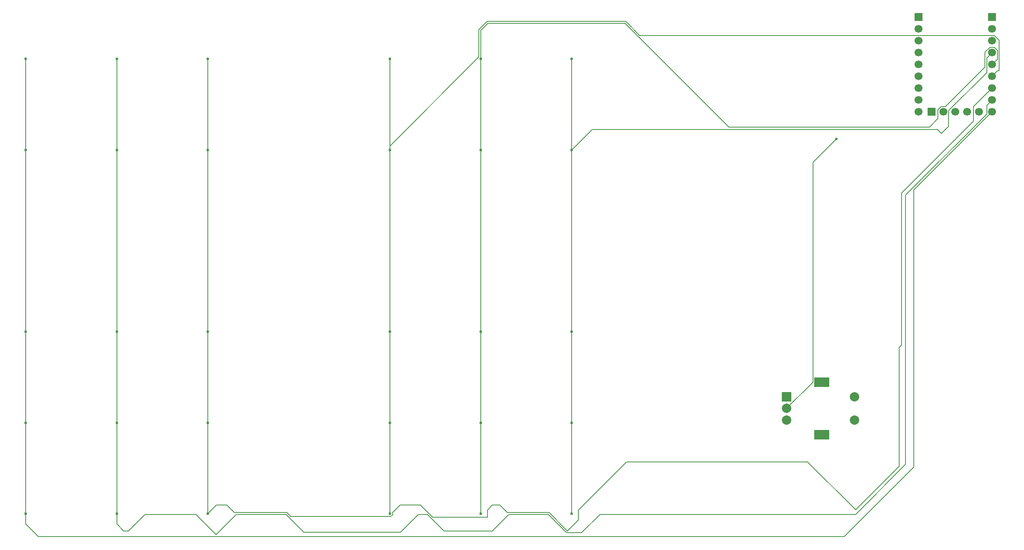
<source format=gbr>
%TF.GenerationSoftware,KiCad,Pcbnew,9.0.7*%
%TF.CreationDate,2026-02-23T23:42:04+09:00*%
%TF.ProjectId,YmmKeyboardMX,596d6d4b-6579-4626-9f61-72644d582e6b,rev?*%
%TF.SameCoordinates,Original*%
%TF.FileFunction,Copper,L1,Top*%
%TF.FilePolarity,Positive*%
%FSLAX46Y46*%
G04 Gerber Fmt 4.6, Leading zero omitted, Abs format (unit mm)*
G04 Created by KiCad (PCBNEW 9.0.7) date 2026-02-23 23:42:04*
%MOMM*%
%LPD*%
G01*
G04 APERTURE LIST*
%TA.AperFunction,ComponentPad*%
%ADD10C,2.000000*%
%TD*%
%TA.AperFunction,ComponentPad*%
%ADD11R,3.200000X2.000000*%
%TD*%
%TA.AperFunction,ComponentPad*%
%ADD12R,2.000000X2.000000*%
%TD*%
%TA.AperFunction,ComponentPad*%
%ADD13R,1.700000X1.700000*%
%TD*%
%TA.AperFunction,ComponentPad*%
%ADD14C,1.700000*%
%TD*%
%TA.AperFunction,ViaPad*%
%ADD15C,0.600000*%
%TD*%
%TA.AperFunction,Conductor*%
%ADD16C,0.200000*%
%TD*%
G04 APERTURE END LIST*
D10*
%TO.P,SW31,S2,S2*%
%TO.N,Net-(D31-A)*%
X209500000Y-108900000D03*
%TO.P,SW31,S1,S1*%
%TO.N,Net-(SW31-PadS1)*%
X209500000Y-113900000D03*
D11*
%TO.P,SW31,MP*%
%TO.N,N/C*%
X202500000Y-117000000D03*
X202500000Y-105800000D03*
D10*
%TO.P,SW31,C,C*%
%TO.N,GND*%
X195000000Y-111400000D03*
%TO.P,SW31,B,B*%
%TO.N,Net-(SW31-PadB)*%
X195000000Y-113900000D03*
D12*
%TO.P,SW31,A,A*%
%TO.N,Net-(SW31-PadA)*%
X195000000Y-108900000D03*
%TD*%
D13*
%TO.P,U1,0,0*%
%TO.N,Net-(SW31-PadA)*%
X239000000Y-27490000D03*
D14*
%TO.P,U1,1,1*%
%TO.N,Net-(SW31-PadB)*%
X239000000Y-30030000D03*
%TO.P,U1,2,2*%
%TO.N,Net-(SW31-PadS1)*%
X239000000Y-32570000D03*
%TO.P,U1,3,3*%
%TO.N,Net-(SW12-Pad1)*%
X239000000Y-35110000D03*
%TO.P,U1,4,4*%
%TO.N,Net-(SW11-Pad1)*%
X239000000Y-37650000D03*
%TO.P,U1,5,5*%
%TO.N,Net-(SW10-Pad1)*%
X239000000Y-40190000D03*
%TO.P,U1,6,6*%
%TO.N,Net-(SW15-Pad1)*%
X239000000Y-42730000D03*
%TO.P,U1,7,7*%
%TO.N,Net-(SW14-Pad1)*%
X239000000Y-45270000D03*
%TO.P,U1,8,8*%
%TO.N,Net-(SW1-Pad1)*%
X239000000Y-47810000D03*
%TO.P,U1,9,9*%
%TO.N,unconnected-(U1-Pad9)*%
X236170000Y-47800000D03*
%TO.P,U1,10,10*%
%TO.N,unconnected-(U1-Pad10)*%
X233630000Y-47800000D03*
%TO.P,U1,11,11*%
%TO.N,unconnected-(U1-Pad11)*%
X231090000Y-47800000D03*
%TO.P,U1,12,12*%
%TO.N,unconnected-(U1-Pad12)*%
X228550000Y-47800000D03*
D13*
%TO.P,U1,13,13*%
%TO.N,unconnected-(U1-Pad13)*%
X226010000Y-47800000D03*
D14*
%TO.P,U1,14,14*%
%TO.N,Net-(D25-K)*%
X223220000Y-47820000D03*
%TO.P,U1,15,15*%
%TO.N,Net-(D19-K)*%
X223220000Y-45280000D03*
%TO.P,U1,26,26*%
%TO.N,Net-(D13-K)*%
X223220000Y-42740000D03*
%TO.P,U1,27,27*%
%TO.N,Net-(D10-K)*%
X223220000Y-40200000D03*
%TO.P,U1,28,28*%
%TO.N,Net-(D1-K)*%
X223220000Y-37660000D03*
%TO.P,U1,29,29*%
%TO.N,Net-(D31-K)*%
X223220000Y-35120000D03*
%TO.P,U1,30,3V3*%
%TO.N,+3.3V*%
X223220000Y-32580000D03*
%TO.P,U1,31,GND*%
%TO.N,GND*%
X223220000Y-30040000D03*
D13*
%TO.P,U1,32,5V*%
%TO.N,+5V*%
X223220000Y-27500000D03*
%TD*%
D15*
%TO.N,GND*%
X205640000Y-53590000D03*
%TO.N,Net-(SW1-Pad1)*%
X31915000Y-133960000D03*
X31915000Y-114460000D03*
X31915000Y-94960000D03*
%TO.N,Net-(SW14-Pad1)*%
X51415000Y-94960000D03*
X51415000Y-114460000D03*
X51415000Y-133960000D03*
%TO.N,Net-(SW15-Pad1)*%
X70915000Y-133960000D03*
X70915000Y-114460000D03*
X70915000Y-94960000D03*
%TO.N,Net-(SW10-Pad1)*%
X109915000Y-114460000D03*
X109915000Y-133960000D03*
X109915000Y-94960000D03*
%TO.N,Net-(SW11-Pad1)*%
X129415000Y-94960000D03*
X129415000Y-114460000D03*
X129415000Y-133960000D03*
%TO.N,Net-(SW12-Pad1)*%
X148915000Y-133960000D03*
X148915000Y-114460000D03*
X148915000Y-94960000D03*
X148915000Y-55960000D03*
X148915000Y-36460000D03*
%TO.N,Net-(SW11-Pad1)*%
X129415000Y-36460000D03*
X129415000Y-55960000D03*
%TO.N,Net-(SW10-Pad1)*%
X109915000Y-55960000D03*
X109915000Y-36460000D03*
%TO.N,Net-(SW15-Pad1)*%
X70915000Y-55960000D03*
X70915000Y-36460000D03*
%TO.N,Net-(SW14-Pad1)*%
X51415000Y-55960000D03*
X51415000Y-36460000D03*
%TO.N,Net-(SW1-Pad1)*%
X31915000Y-55960000D03*
X31915000Y-36460000D03*
%TD*%
D16*
%TO.N,Net-(SW10-Pad1)*%
X240177760Y-39012240D02*
X239000000Y-40190000D01*
X240552000Y-39012240D02*
X240177760Y-39012240D01*
X109915000Y-55110057D02*
X109915000Y-55960000D01*
X129014000Y-36011057D02*
X109915000Y-55110057D01*
X129014000Y-30198900D02*
X129014000Y-36011057D01*
X130783900Y-28429000D02*
X129014000Y-30198900D01*
X160506100Y-28429000D02*
X130783900Y-28429000D01*
X163496100Y-31419000D02*
X160506100Y-28429000D01*
X239476760Y-31419000D02*
X163496100Y-31419000D01*
X240552000Y-32494240D02*
X239476760Y-31419000D01*
X240552000Y-39012240D02*
X240552000Y-32494240D01*
%TO.N,GND*%
X205640000Y-53590000D02*
X205750000Y-53480000D01*
X200599000Y-58631000D02*
X205640000Y-53590000D01*
X200599000Y-105801000D02*
X200599000Y-58631000D01*
X195000000Y-111400000D02*
X200599000Y-105801000D01*
%TO.N,Net-(SW11-Pad1)*%
X129415000Y-30365000D02*
X129415000Y-36460000D01*
X130950000Y-28830000D02*
X129415000Y-30365000D01*
X160340000Y-28830000D02*
X130950000Y-28830000D01*
X182560000Y-51050000D02*
X160340000Y-28830000D01*
X225600000Y-51050000D02*
X182560000Y-51050000D01*
X227399000Y-49251000D02*
X225600000Y-51050000D01*
X227399000Y-47323240D02*
X227399000Y-49251000D01*
X229026760Y-46649000D02*
X228073240Y-46649000D01*
X237448000Y-38227760D02*
X229026760Y-46649000D01*
X237448000Y-35034240D02*
X237448000Y-38227760D01*
X238523240Y-33959000D02*
X237448000Y-35034240D01*
X239476760Y-33959000D02*
X238523240Y-33959000D01*
X240151000Y-34633240D02*
X239476760Y-33959000D01*
X228073240Y-46649000D02*
X227399000Y-47323240D01*
X240151000Y-36499000D02*
X240151000Y-34633240D01*
X239000000Y-37650000D02*
X240151000Y-36499000D01*
%TO.N,Net-(SW12-Pad1)*%
X228160000Y-52430000D02*
X227299000Y-51569000D01*
X153306000Y-51569000D02*
X148915000Y-55960000D01*
X229701000Y-50889000D02*
X228160000Y-52430000D01*
X227299000Y-51569000D02*
X153306000Y-51569000D01*
X229701000Y-47561240D02*
X229701000Y-50889000D01*
X237849000Y-39413240D02*
X229701000Y-47561240D01*
X237849000Y-36261000D02*
X237849000Y-39413240D01*
X239000000Y-35110000D02*
X237849000Y-36261000D01*
%TO.N,Net-(SW15-Pad1)*%
X72766000Y-132109000D02*
X70915000Y-133960000D01*
X74956709Y-132109000D02*
X72766000Y-132109000D01*
X88708100Y-134561000D02*
X87895100Y-133748000D01*
X110163943Y-134561000D02*
X88708100Y-134561000D01*
X110516000Y-134208943D02*
X110163943Y-134561000D01*
X112118057Y-132109000D02*
X110516000Y-133711057D01*
X116500916Y-132109000D02*
X112118057Y-132109000D01*
X110516000Y-133711057D02*
X110516000Y-134208943D01*
X119118625Y-134726709D02*
X116500916Y-132109000D01*
X130839000Y-134726709D02*
X119118625Y-134726709D01*
X130839000Y-133193291D02*
X130839000Y-134726709D01*
X87895100Y-133748000D02*
X76595709Y-133748000D01*
X131923291Y-132109000D02*
X130839000Y-133193291D01*
X133456709Y-132109000D02*
X131923291Y-132109000D01*
X144085100Y-133748000D02*
X135095709Y-133748000D01*
X148006100Y-137669000D02*
X144085100Y-133748000D01*
X150339000Y-135336100D02*
X148006100Y-137669000D01*
X160671291Y-122861000D02*
X150339000Y-133193291D01*
X199481000Y-122861000D02*
X160671291Y-122861000D01*
X135095709Y-133748000D02*
X133456709Y-132109000D01*
X209780000Y-133160000D02*
X199481000Y-122861000D01*
X219100000Y-123840000D02*
X209780000Y-133160000D01*
X219100000Y-98290000D02*
X219100000Y-123840000D01*
X219600000Y-97790000D02*
X219100000Y-98290000D01*
X76595709Y-133748000D02*
X74956709Y-132109000D01*
X219600000Y-65250000D02*
X219600000Y-97790000D01*
X150339000Y-133193291D02*
X150339000Y-135336100D01*
X235019000Y-49831000D02*
X219600000Y-65250000D01*
X235019000Y-46711000D02*
X235019000Y-49831000D01*
X239000000Y-42730000D02*
X235019000Y-46711000D01*
%TO.N,Net-(SW14-Pad1)*%
X51415000Y-136193470D02*
X51415000Y-133960000D01*
X52922530Y-137701000D02*
X51415000Y-136193470D01*
X53917470Y-137701000D02*
X52922530Y-137701000D01*
X57469470Y-134149000D02*
X53917470Y-137701000D01*
X68424184Y-134149000D02*
X57469470Y-134149000D01*
X72725184Y-138450000D02*
X68424184Y-134149000D01*
X77026184Y-134149000D02*
X72725184Y-138450000D01*
X91531000Y-137951000D02*
X87729000Y-134149000D01*
X112224184Y-137951000D02*
X91531000Y-137951000D01*
X116026184Y-134149000D02*
X112224184Y-137951000D01*
X117973816Y-134149000D02*
X116026184Y-134149000D01*
X121525816Y-137701000D02*
X117973816Y-134149000D01*
X143919000Y-134149000D02*
X135469470Y-134149000D01*
X87729000Y-134149000D02*
X77026184Y-134149000D01*
X147840000Y-138070000D02*
X143919000Y-134149000D01*
X131917470Y-137701000D02*
X121525816Y-137701000D01*
X151048470Y-138070000D02*
X147840000Y-138070000D01*
X154969470Y-134149000D02*
X151048470Y-138070000D01*
X209751000Y-134149000D02*
X154969470Y-134149000D01*
X220480000Y-123420000D02*
X209751000Y-134149000D01*
X220480000Y-65655760D02*
X220480000Y-123420000D01*
X237849000Y-48286760D02*
X220480000Y-65655760D01*
X135469470Y-134149000D02*
X131917470Y-137701000D01*
X237849000Y-46421000D02*
X237849000Y-48286760D01*
X239000000Y-45270000D02*
X237849000Y-46421000D01*
%TO.N,Net-(SW1-Pad1)*%
X31915000Y-136193470D02*
X31915000Y-133960000D01*
X34572530Y-138851000D02*
X31915000Y-136193470D01*
X222260000Y-123950000D02*
X207359000Y-138851000D01*
X222260000Y-64550000D02*
X222260000Y-123950000D01*
X239000000Y-47810000D02*
X222260000Y-64550000D01*
X207359000Y-138851000D02*
X34572530Y-138851000D01*
X31915000Y-36460000D02*
X31915000Y-133960000D01*
%TO.N,Net-(SW14-Pad1)*%
X51415000Y-133960000D02*
X51415000Y-36460000D01*
%TO.N,Net-(SW15-Pad1)*%
X70915000Y-36460000D02*
X70915000Y-133960000D01*
%TO.N,Net-(SW10-Pad1)*%
X109915000Y-36460000D02*
X109915000Y-133960000D01*
%TO.N,Net-(SW11-Pad1)*%
X129415000Y-133960000D02*
X129415000Y-36460000D01*
%TO.N,Net-(SW12-Pad1)*%
X148915000Y-36460000D02*
X148915000Y-133960000D01*
%TD*%
M02*

</source>
